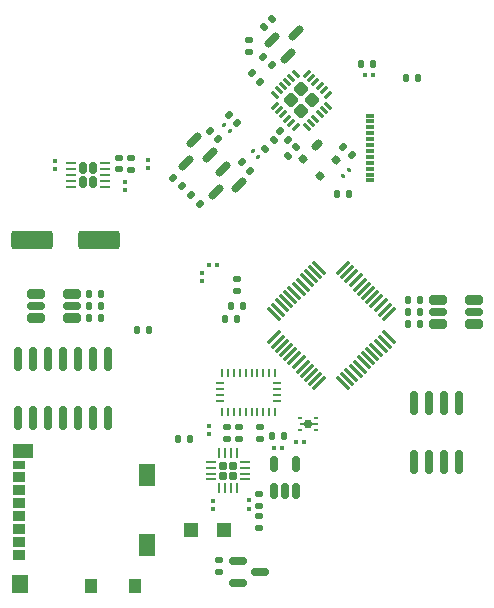
<source format=gbr>
%TF.GenerationSoftware,KiCad,Pcbnew,8.0.6*%
%TF.CreationDate,2024-12-10T11:27:28-08:00*%
%TF.ProjectId,Vanguard_new,56616e67-7561-4726-945f-6e65772e6b69,rev?*%
%TF.SameCoordinates,Original*%
%TF.FileFunction,Paste,Top*%
%TF.FilePolarity,Positive*%
%FSLAX46Y46*%
G04 Gerber Fmt 4.6, Leading zero omitted, Abs format (unit mm)*
G04 Created by KiCad (PCBNEW 8.0.6) date 2024-12-10 11:27:28*
%MOMM*%
%LPD*%
G01*
G04 APERTURE LIST*
G04 Aperture macros list*
%AMRoundRect*
0 Rectangle with rounded corners*
0 $1 Rounding radius*
0 $2 $3 $4 $5 $6 $7 $8 $9 X,Y pos of 4 corners*
0 Add a 4 corners polygon primitive as box body*
4,1,4,$2,$3,$4,$5,$6,$7,$8,$9,$2,$3,0*
0 Add four circle primitives for the rounded corners*
1,1,$1+$1,$2,$3*
1,1,$1+$1,$4,$5*
1,1,$1+$1,$6,$7*
1,1,$1+$1,$8,$9*
0 Add four rect primitives between the rounded corners*
20,1,$1+$1,$2,$3,$4,$5,0*
20,1,$1+$1,$4,$5,$6,$7,0*
20,1,$1+$1,$6,$7,$8,$9,0*
20,1,$1+$1,$8,$9,$2,$3,0*%
%AMFreePoly0*
4,1,13,0.320000,0.125000,0.700000,0.125000,0.700000,-0.125000,0.320000,-0.125000,0.200000,-0.350000,-0.200000,-0.350000,-0.320000,-0.125000,-0.850000,-0.125000,-0.850000,0.125000,-0.320000,0.125000,-0.200000,0.350000,0.200000,0.350000,0.320000,0.125000,0.320000,0.125000,$1*%
G04 Aperture macros list end*
%ADD10RoundRect,0.135000X0.035355X-0.226274X0.226274X-0.035355X-0.035355X0.226274X-0.226274X0.035355X0*%
%ADD11RoundRect,0.135000X-0.135000X-0.185000X0.135000X-0.185000X0.135000X0.185000X-0.135000X0.185000X0*%
%ADD12RoundRect,0.079500X-0.127279X-0.014849X-0.014849X-0.127279X0.127279X0.014849X0.014849X0.127279X0*%
%ADD13RoundRect,0.079500X0.014849X-0.127279X0.127279X-0.014849X-0.014849X0.127279X-0.127279X0.014849X0*%
%ADD14RoundRect,0.075000X0.521491X-0.415425X-0.415425X0.521491X-0.521491X0.415425X0.415425X-0.521491X0*%
%ADD15RoundRect,0.075000X0.521491X0.415425X0.415425X0.521491X-0.521491X-0.415425X-0.415425X-0.521491X0*%
%ADD16RoundRect,0.167500X0.167500X0.312500X-0.167500X0.312500X-0.167500X-0.312500X0.167500X-0.312500X0*%
%ADD17RoundRect,0.062500X0.362500X0.062500X-0.362500X0.062500X-0.362500X-0.062500X0.362500X-0.062500X0*%
%ADD18RoundRect,0.150000X-0.309359X-0.521491X0.521491X0.309359X0.309359X0.521491X-0.521491X-0.309359X0*%
%ADD19RoundRect,0.135000X0.135000X0.185000X-0.135000X0.185000X-0.135000X-0.185000X0.135000X-0.185000X0*%
%ADD20RoundRect,0.135000X-0.226274X-0.035355X-0.035355X-0.226274X0.226274X0.035355X0.035355X0.226274X0*%
%ADD21RoundRect,0.135000X0.226274X0.035355X0.035355X0.226274X-0.226274X-0.035355X-0.035355X-0.226274X0*%
%ADD22RoundRect,0.135000X-0.185000X0.135000X-0.185000X-0.135000X0.185000X-0.135000X0.185000X0.135000X0*%
%ADD23RoundRect,0.172500X-0.172500X-0.172500X0.172500X-0.172500X0.172500X0.172500X-0.172500X0.172500X0*%
%ADD24RoundRect,0.062500X-0.350000X-0.062500X0.350000X-0.062500X0.350000X0.062500X-0.350000X0.062500X0*%
%ADD25RoundRect,0.062500X-0.062500X-0.350000X0.062500X-0.350000X0.062500X0.350000X-0.062500X0.350000X0*%
%ADD26RoundRect,0.079500X-0.079500X-0.100500X0.079500X-0.100500X0.079500X0.100500X-0.079500X0.100500X0*%
%ADD27RoundRect,0.135000X-0.035355X0.226274X-0.226274X0.035355X0.035355X-0.226274X0.226274X-0.035355X0*%
%ADD28RoundRect,0.079500X0.100500X-0.079500X0.100500X0.079500X-0.100500X0.079500X-0.100500X-0.079500X0*%
%ADD29RoundRect,0.150000X-0.587500X-0.150000X0.587500X-0.150000X0.587500X0.150000X-0.587500X0.150000X0*%
%ADD30RoundRect,0.147500X-0.172500X0.147500X-0.172500X-0.147500X0.172500X-0.147500X0.172500X0.147500X0*%
%ADD31RoundRect,0.079500X-0.100500X0.079500X-0.100500X-0.079500X0.100500X-0.079500X0.100500X0.079500X0*%
%ADD32R,1.200000X1.200000*%
%ADD33R,0.254000X0.675000*%
%ADD34R,0.675000X0.254000*%
%ADD35RoundRect,0.160000X-0.565000X-0.240000X0.565000X-0.240000X0.565000X0.240000X-0.565000X0.240000X0*%
%ADD36RoundRect,0.120000X-0.605000X-0.180000X0.605000X-0.180000X0.605000X0.180000X-0.605000X0.180000X0*%
%ADD37RoundRect,0.062500X0.112500X0.062500X-0.112500X0.062500X-0.112500X-0.062500X0.112500X-0.062500X0*%
%ADD38FreePoly0,180.000000*%
%ADD39RoundRect,0.150000X0.150000X-0.825000X0.150000X0.825000X-0.150000X0.825000X-0.150000X-0.825000X0*%
%ADD40R,0.700000X0.300000*%
%ADD41RoundRect,0.135000X0.185000X-0.135000X0.185000X0.135000X-0.185000X0.135000X-0.185000X-0.135000X0*%
%ADD42RoundRect,0.150000X0.309359X0.521491X-0.521491X-0.309359X-0.309359X-0.521491X0.521491X0.309359X0*%
%ADD43RoundRect,0.079500X0.079500X0.100500X-0.079500X0.100500X-0.079500X-0.100500X0.079500X-0.100500X0*%
%ADD44RoundRect,0.250000X1.500000X0.550000X-1.500000X0.550000X-1.500000X-0.550000X1.500000X-0.550000X0*%
%ADD45RoundRect,0.150000X0.150000X-0.512500X0.150000X0.512500X-0.150000X0.512500X-0.150000X-0.512500X0*%
%ADD46RoundRect,0.160000X0.565000X0.240000X-0.565000X0.240000X-0.565000X-0.240000X0.565000X-0.240000X0*%
%ADD47RoundRect,0.120000X0.605000X0.180000X-0.605000X0.180000X-0.605000X-0.180000X0.605000X-0.180000X0*%
%ADD48RoundRect,0.250000X0.000000X0.388909X-0.388909X0.000000X0.000000X-0.388909X0.388909X0.000000X0*%
%ADD49RoundRect,0.062500X0.203293X0.291682X-0.291682X-0.203293X-0.203293X-0.291682X0.291682X0.203293X0*%
%ADD50RoundRect,0.062500X-0.203293X0.291682X-0.291682X0.203293X0.203293X-0.291682X0.291682X-0.203293X0*%
%ADD51R,1.100000X0.850000*%
%ADD52R,1.100000X0.750000*%
%ADD53R,1.000000X1.200000*%
%ADD54R,1.350000X1.550000*%
%ADD55R,1.350000X1.900000*%
%ADD56R,1.800000X1.170000*%
%ADD57RoundRect,0.175000X-0.353553X-0.106066X-0.106066X-0.353553X0.353553X0.106066X0.106066X0.353553X0*%
%ADD58RoundRect,0.150000X-0.247487X0.035355X0.035355X-0.247487X0.247487X-0.035355X-0.035355X0.247487X0*%
G04 APERTURE END LIST*
D10*
%TO.C,R2*%
X116832161Y-96771175D03*
X117553409Y-96049927D03*
%TD*%
D11*
%TO.C,R30*%
X100015001Y-108450000D03*
X101034999Y-108450000D03*
%TD*%
D12*
%TO.C,D2*%
X111456099Y-94192559D03*
X111944003Y-94680463D03*
%TD*%
D13*
%TO.C,D7*%
X121500000Y-98487904D03*
X121987904Y-98000000D03*
%TD*%
D14*
%TO.C,U2*%
X121498788Y-116048427D03*
X121852342Y-115694873D03*
X122205895Y-115341320D03*
X122559449Y-114987766D03*
X122913002Y-114634213D03*
X123266555Y-114280660D03*
X123620109Y-113927106D03*
X123973662Y-113573553D03*
X124327215Y-113220000D03*
X124680769Y-112866446D03*
X125034322Y-112512893D03*
X125387876Y-112159339D03*
D15*
X125387876Y-110161763D03*
X125034322Y-109808209D03*
X124680769Y-109454656D03*
X124327215Y-109101102D03*
X123973662Y-108747549D03*
X123620109Y-108393996D03*
X123266555Y-108040442D03*
X122913002Y-107686889D03*
X122559449Y-107333336D03*
X122205895Y-106979782D03*
X121852342Y-106626229D03*
X121498788Y-106272675D03*
D14*
X119501212Y-106272675D03*
X119147658Y-106626229D03*
X118794105Y-106979782D03*
X118440551Y-107333336D03*
X118086998Y-107686889D03*
X117733445Y-108040442D03*
X117379891Y-108393996D03*
X117026338Y-108747549D03*
X116672785Y-109101102D03*
X116319231Y-109454656D03*
X115965678Y-109808209D03*
X115612124Y-110161763D03*
D15*
X115612124Y-112159339D03*
X115965678Y-112512893D03*
X116319231Y-112866446D03*
X116672785Y-113220000D03*
X117026338Y-113573553D03*
X117379891Y-113927106D03*
X117733445Y-114280660D03*
X118086998Y-114634213D03*
X118440551Y-114987766D03*
X118794105Y-115341320D03*
X119147658Y-115694873D03*
X119501212Y-116048427D03*
%TD*%
D16*
%TO.C,U8*%
X100310000Y-99010000D03*
X100310000Y-97820000D03*
X99490000Y-99010000D03*
X99490000Y-97820000D03*
D17*
X101350000Y-99415000D03*
X101350000Y-98915000D03*
X101350000Y-98415000D03*
X101350000Y-97915000D03*
X101350000Y-97415000D03*
X98450000Y-97415000D03*
X98450000Y-97915000D03*
X98450000Y-98415000D03*
X98450000Y-98915000D03*
X98450000Y-99415000D03*
%TD*%
D18*
%TO.C,Q1*%
X115485208Y-87014625D03*
X116828711Y-88358128D03*
X117482785Y-86360551D03*
%TD*%
D19*
%TO.C,R23*%
X112510000Y-110560000D03*
X111490000Y-110560000D03*
%TD*%
D20*
%TO.C,R5*%
X113778752Y-89778752D03*
X114500000Y-90500000D03*
%TD*%
D21*
%TO.C,R10*%
X113644033Y-98041801D03*
X112922785Y-97320553D03*
%TD*%
D22*
%TO.C,R15*%
X114392499Y-125375000D03*
X114392499Y-126395000D03*
%TD*%
D11*
%TO.C,R25*%
X126985000Y-108960000D03*
X128005000Y-108960000D03*
%TD*%
D23*
%TO.C,U9*%
X111334999Y-123010000D03*
X111334999Y-123860000D03*
X112184999Y-123010000D03*
X112184999Y-123860000D03*
D24*
X110297499Y-122685000D03*
X110297499Y-123185000D03*
X110297499Y-123685000D03*
X110297499Y-124185000D03*
D25*
X111009999Y-124897500D03*
X111509999Y-124897500D03*
X112009999Y-124897500D03*
X112509999Y-124897500D03*
D24*
X113222499Y-124185000D03*
X113222499Y-123685000D03*
X113222499Y-123185000D03*
X113222499Y-122685000D03*
D25*
X112509999Y-121972500D03*
X112009999Y-121972500D03*
X111509999Y-121972500D03*
X111009999Y-121972500D03*
%TD*%
D26*
%TO.C,C6*%
X115655000Y-121500000D03*
X116345000Y-121500000D03*
%TD*%
D27*
%TO.C,R3*%
X115623409Y-95469927D03*
X114902161Y-96191175D03*
%TD*%
D28*
%TO.C,C9*%
X103000000Y-99690000D03*
X103000000Y-99000000D03*
%TD*%
D11*
%TO.C,R1*%
X122990001Y-89000000D03*
X124009999Y-89000000D03*
%TD*%
D29*
%TO.C,Q4*%
X112562500Y-131050000D03*
X112562500Y-132950000D03*
X114437501Y-132000000D03*
%TD*%
D11*
%TO.C,R24*%
X104027500Y-111500000D03*
X105047500Y-111500000D03*
%TD*%
D28*
%TO.C,C8*%
X97140000Y-97930000D03*
X97140000Y-97240000D03*
%TD*%
D11*
%TO.C,R26*%
X126985000Y-110000000D03*
X128005000Y-110000000D03*
%TD*%
D22*
%TO.C,R33*%
X103560000Y-96945001D03*
X103560000Y-97964999D03*
%TD*%
D26*
%TO.C,C3*%
X110155000Y-106000000D03*
X110845000Y-106000000D03*
%TD*%
D22*
%TO.C,R34*%
X111000000Y-130990001D03*
X111000000Y-132009999D03*
%TD*%
D30*
%TO.C,L1*%
X102560000Y-96950001D03*
X102560000Y-97920001D03*
%TD*%
D31*
%TO.C,C7*%
X110147500Y-119670000D03*
X110147500Y-120360000D03*
%TD*%
D32*
%TO.C,D6*%
X111399999Y-128500000D03*
X108600001Y-128500000D03*
%TD*%
D20*
%TO.C,R13*%
X108639376Y-100139376D03*
X109360624Y-100860624D03*
%TD*%
D11*
%TO.C,R17*%
X115490000Y-120500000D03*
X116510000Y-120500000D03*
%TD*%
D33*
%TO.C,U6*%
X111250000Y-115137500D03*
D34*
X111112500Y-116050000D03*
X111112500Y-116550000D03*
X111112500Y-117050000D03*
X111112500Y-117550000D03*
D33*
X111250000Y-118462500D03*
X111750000Y-118462500D03*
X112250000Y-118462500D03*
X112750000Y-118462500D03*
X113250000Y-118462500D03*
X113750000Y-118462500D03*
X114250000Y-118462500D03*
X114750000Y-118462500D03*
X115250000Y-118462500D03*
X115750000Y-118462500D03*
D34*
X115887500Y-117550000D03*
X115887500Y-117050000D03*
X115887500Y-116550000D03*
X115887500Y-116050000D03*
D33*
X115750000Y-115137500D03*
X115250000Y-115137500D03*
X114750000Y-115137500D03*
X114250000Y-115137500D03*
X113750000Y-115137500D03*
X113250000Y-115137500D03*
X112750000Y-115137500D03*
X112250000Y-115137500D03*
X111750000Y-115137500D03*
%TD*%
D11*
%TO.C,R32*%
X126822786Y-90210551D03*
X127842784Y-90210551D03*
%TD*%
D21*
%TO.C,R9*%
X110945214Y-95378731D03*
X110223966Y-94657483D03*
%TD*%
D35*
%TO.C,STARBOARD_RGB1*%
X129500000Y-108950000D03*
D36*
X129500000Y-110000000D03*
D35*
X129500000Y-111050000D03*
X132550000Y-111050000D03*
D36*
X132550000Y-110000000D03*
D35*
X132550000Y-108950000D03*
%TD*%
D26*
%TO.C,C1*%
X123365000Y-89900000D03*
X124055000Y-89900000D03*
%TD*%
D28*
%TO.C,C2*%
X109530000Y-107415000D03*
X109530000Y-106725000D03*
%TD*%
D22*
%TO.C,R18*%
X111647500Y-119720000D03*
X111647500Y-120740000D03*
%TD*%
%TO.C,R21*%
X112557215Y-107239450D03*
X112557215Y-108259448D03*
%TD*%
D37*
%TO.C,U5*%
X119175001Y-119999999D03*
D38*
X118500001Y-119500000D03*
D37*
X119175001Y-119000001D03*
X117825001Y-119000001D03*
X117825001Y-119999999D03*
%TD*%
D19*
%TO.C,R22*%
X113009999Y-109500000D03*
X111990001Y-109500000D03*
%TD*%
D39*
%TO.C,U3*%
X127465192Y-122696196D03*
X128735192Y-122696196D03*
X130005192Y-122696196D03*
X131275192Y-122696196D03*
X131275192Y-117746196D03*
X130005192Y-117746196D03*
X128735192Y-117746196D03*
X127465192Y-117746196D03*
%TD*%
D12*
%TO.C,D3*%
X113842021Y-96358885D03*
X114329925Y-96846789D03*
%TD*%
D20*
%TO.C,R4*%
X111800814Y-93292767D03*
X112522062Y-94014015D03*
%TD*%
D40*
%TO.C,J1*%
X123772785Y-98870551D03*
X123772785Y-98370551D03*
X123772785Y-97870551D03*
X123772784Y-97370551D03*
X123772785Y-96870551D03*
X123772785Y-96370551D03*
X123772785Y-95870551D03*
X123772785Y-95370551D03*
X123772784Y-94870551D03*
X123772785Y-94370551D03*
X123772785Y-93870551D03*
X123772785Y-93370551D03*
%TD*%
D41*
%TO.C,R8*%
X113500000Y-88009999D03*
X113500000Y-86990001D03*
%TD*%
D31*
%TO.C,C11*%
X110512499Y-125980000D03*
X110512499Y-126670000D03*
%TD*%
D11*
%TO.C,R35*%
X120990001Y-100000000D03*
X122009999Y-100000000D03*
%TD*%
%TO.C,R28*%
X100025001Y-110530000D03*
X101044999Y-110530000D03*
%TD*%
D31*
%TO.C,C4*%
X105000000Y-97155000D03*
X105000000Y-97845000D03*
%TD*%
D22*
%TO.C,R19*%
X112647500Y-119720000D03*
X112647500Y-120740000D03*
%TD*%
D11*
%TO.C,R29*%
X100015001Y-109500000D03*
X101034999Y-109500000D03*
%TD*%
D10*
%TO.C,R7*%
X114799376Y-85890624D03*
X115520624Y-85169376D03*
%TD*%
D19*
%TO.C,R14*%
X108520000Y-120785000D03*
X107500000Y-120785000D03*
%TD*%
D22*
%TO.C,R20*%
X114500000Y-119720000D03*
X114500000Y-120740000D03*
%TD*%
D42*
%TO.C,Q3*%
X110206289Y-96754054D03*
X108862786Y-95410551D03*
X108208712Y-97408128D03*
%TD*%
D39*
%TO.C,U7*%
X94010000Y-118975000D03*
X95280000Y-118975000D03*
X96550000Y-118975000D03*
X97820000Y-118975000D03*
X99090000Y-118975000D03*
X100360000Y-118975000D03*
X101630000Y-118975000D03*
X101630000Y-114025000D03*
X100360000Y-114025000D03*
X99090000Y-114025000D03*
X97820000Y-114025000D03*
X96550000Y-114025000D03*
X95280000Y-114025000D03*
X94010000Y-114025000D03*
%TD*%
D43*
%TO.C,D5*%
X118165000Y-121000000D03*
X117475000Y-121000000D03*
%TD*%
D20*
%TO.C,R6*%
X114742161Y-88399927D03*
X115463409Y-89121175D03*
%TD*%
%TO.C,R11*%
X116141537Y-94679303D03*
X116862785Y-95400551D03*
%TD*%
D44*
%TO.C,C10*%
X100800000Y-103900000D03*
X95200000Y-103900000D03*
%TD*%
D45*
%TO.C,U4*%
X115650000Y-125137500D03*
X116600000Y-125137500D03*
X117550000Y-125137500D03*
X117550000Y-122862500D03*
X115650000Y-122862500D03*
%TD*%
D22*
%TO.C,R16*%
X114382499Y-127285001D03*
X114382499Y-128304999D03*
%TD*%
D46*
%TO.C,PORTSIDE_RGB1*%
X98525000Y-110550000D03*
D47*
X98525000Y-109500000D03*
D46*
X98525000Y-108450000D03*
X95475000Y-108450000D03*
D47*
X95475000Y-109500000D03*
D46*
X95475000Y-110550000D03*
%TD*%
D42*
%TO.C,Q2*%
X112708884Y-99217364D03*
X111365381Y-97873861D03*
X110711307Y-99871438D03*
%TD*%
D48*
%TO.C,U1*%
X118888781Y-92077346D03*
X117969542Y-91158107D03*
X117969542Y-92996585D03*
X117050303Y-92077346D03*
D49*
X120223445Y-91591210D03*
X119869891Y-91237657D03*
X119516338Y-90884103D03*
X119162785Y-90530550D03*
X118809231Y-90176997D03*
X118455678Y-89823443D03*
D50*
X117483406Y-89823443D03*
X117129853Y-90176997D03*
X116776299Y-90530550D03*
X116422746Y-90884103D03*
X116069193Y-91237657D03*
X115715639Y-91591210D03*
D49*
X115715639Y-92563482D03*
X116069193Y-92917035D03*
X116422746Y-93270589D03*
X116776299Y-93624142D03*
X117129853Y-93977695D03*
X117483406Y-94331249D03*
D50*
X118455678Y-94331249D03*
X118809231Y-93977695D03*
X119162785Y-93624142D03*
X119516338Y-93270589D03*
X119869891Y-92917035D03*
X120223445Y-92563482D03*
%TD*%
D21*
%TO.C,R12*%
X107860624Y-99360624D03*
X107139376Y-98639376D03*
%TD*%
D51*
%TO.C,J3*%
X94050000Y-130605001D03*
X94050000Y-129505000D03*
X94050000Y-128405001D03*
X94050000Y-127305000D03*
X94050000Y-126205000D03*
X94050000Y-125105000D03*
X94050000Y-124005000D03*
D52*
X94050000Y-122955000D03*
D53*
X100200000Y-133240000D03*
X103900000Y-133240000D03*
D54*
X94175000Y-133065000D03*
D55*
X104875000Y-129740000D03*
X104875000Y-123770000D03*
D56*
X94400000Y-121745000D03*
%TD*%
D11*
%TO.C,R27*%
X126985000Y-111050000D03*
X128005000Y-111050000D03*
%TD*%
D31*
%TO.C,C5*%
X113522499Y-125955000D03*
X113522499Y-126645000D03*
%TD*%
D57*
%TO.C,D1*%
X119326007Y-95873115D03*
D58*
X118123926Y-97075197D03*
X119538139Y-98489410D03*
X120881642Y-97145907D03*
%TD*%
D21*
%TO.C,R31*%
X122243409Y-96731175D03*
X121522161Y-96009927D03*
%TD*%
M02*

</source>
